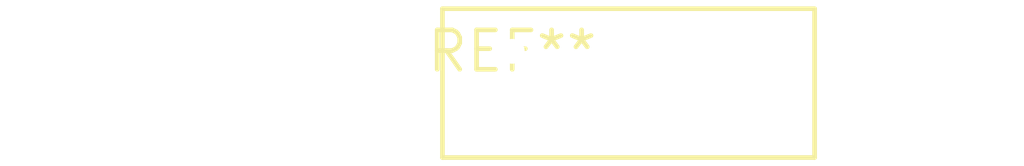
<source format=kicad_pcb>
(kicad_pcb (version 20240108) (generator pcbnew)
  (layers (0 "F.Cu" signal) (31 "B.Cu" signal) (34 "B.Paste" user) (35 "F.Paste" user) (36 "B.SilkS" user "B.Silkscreen") (37 "F.SilkS" user "F.Silkscreen") (38 "B.Mask" user) (39 "F.Mask" user) (44 "Edge.Cuts" user))
  (net 0 "")
  (footprint "RV_Disc_D12mm_W4.8mm_P7.5mm" (layer "F.Cu") (at 0 0)
    (property "Reference" "REF**")
    (property "Value" "RV_Disc_D12mm_W4.8mm_P7.5mm")
    (fp_line (start -2.25 -1.375) (end -2.25 3.425) (layer "F.SilkS") (stroke (width 0.15)))
    (fp_line (start -2.25 -1.375) (end 9.75 -1.375) (layer "F.SilkS") (stroke (width 0.15)))
    (fp_line (start -2.25 3.425) (end 9.75 3.425) (layer "F.SilkS") (stroke (width 0.15)))
    (fp_line (start 9.75 -1.375) (end 9.75 3.425) (layer "F.SilkS") (stroke (width 0.15)))
    (pad "1" thru_hole circle (at 0 0) (size 1.8 1.8) (drill 0.8) (layers *.Cu *.Mask) (remove_unused_layers))
    (pad "2" thru_hole circle (at 7.5 2.05) (size 1.8 1.8) (drill 0.8) (layers *.Cu *.Mask) (remove_unused_layers))
  )
)
</source>
